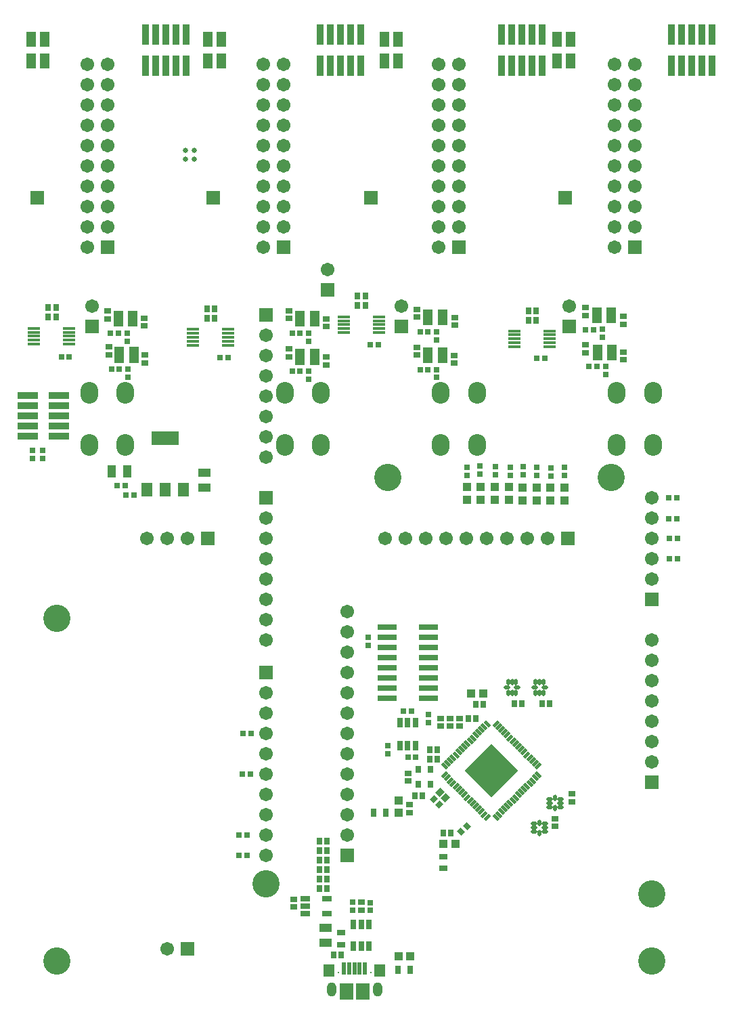
<source format=gts>
G04*
G04 #@! TF.GenerationSoftware,Altium Limited,Altium Designer,21.0.8 (223)*
G04*
G04 Layer_Color=8388736*
%FSAX25Y25*%
%MOIN*%
G70*
G04*
G04 #@! TF.SameCoordinates,3E0ABAED-EBEF-4259-B410-402A04598C71*
G04*
G04*
G04 #@! TF.FilePolarity,Negative*
G04*
G01*
G75*
%ADD41R,0.03150X0.03543*%
%ADD55R,0.02769X0.03162*%
%ADD56R,0.03792X0.10249*%
%ADD57R,0.03162X0.03320*%
G04:AMPARAMS|DCode=58|XSize=17.84mil|YSize=31.62mil|CornerRadius=6.46mil|HoleSize=0mil|Usage=FLASHONLY|Rotation=180.000|XOffset=0mil|YOffset=0mil|HoleType=Round|Shape=RoundedRectangle|*
%AMROUNDEDRECTD58*
21,1,0.01784,0.01870,0,0,180.0*
21,1,0.00492,0.03162,0,0,180.0*
1,1,0.01292,-0.00246,0.00935*
1,1,0.01292,0.00246,0.00935*
1,1,0.01292,0.00246,-0.00935*
1,1,0.01292,-0.00246,-0.00935*
%
%ADD58ROUNDEDRECTD58*%
G04:AMPARAMS|DCode=59|XSize=17.84mil|YSize=31.62mil|CornerRadius=6.46mil|HoleSize=0mil|Usage=FLASHONLY|Rotation=90.000|XOffset=0mil|YOffset=0mil|HoleType=Round|Shape=RoundedRectangle|*
%AMROUNDEDRECTD59*
21,1,0.01784,0.01870,0,0,90.0*
21,1,0.00492,0.03162,0,0,90.0*
1,1,0.01292,0.00935,0.00246*
1,1,0.01292,0.00935,-0.00246*
1,1,0.01292,-0.00935,-0.00246*
1,1,0.01292,-0.00935,0.00246*
%
%ADD59ROUNDEDRECTD59*%
%ADD60R,0.03320X0.03162*%
%ADD61R,0.03162X0.02769*%
%ADD62R,0.04737X0.02650*%
%ADD63R,0.06102X0.01575*%
%ADD64R,0.13792X0.07099*%
%ADD65R,0.05524X0.07099*%
%ADD66R,0.04934X0.07493*%
%ADD67R,0.03950X0.03950*%
%ADD68R,0.09461X0.03162*%
%ADD69R,0.09461X0.03162*%
%ADD70P,0.26186X4X90.0*%
G04:AMPARAMS|DCode=71|XSize=17.84mil|YSize=37.53mil|CornerRadius=0mil|HoleSize=0mil|Usage=FLASHONLY|Rotation=45.000|XOffset=0mil|YOffset=0mil|HoleType=Round|Shape=Round|*
%AMOVALD71*
21,1,0.01968,0.01784,0.00000,0.00000,135.0*
1,1,0.01784,0.00696,-0.00696*
1,1,0.01784,-0.00696,0.00696*
%
%ADD71OVALD71*%

G04:AMPARAMS|DCode=72|XSize=17.84mil|YSize=37.53mil|CornerRadius=0mil|HoleSize=0mil|Usage=FLASHONLY|Rotation=135.000|XOffset=0mil|YOffset=0mil|HoleType=Round|Shape=Round|*
%AMOVALD72*
21,1,0.01968,0.01784,0.00000,0.00000,225.0*
1,1,0.01784,0.00696,0.00696*
1,1,0.01784,-0.00696,-0.00696*
%
%ADD72OVALD72*%

%ADD73R,0.03950X0.03950*%
%ADD74R,0.03162X0.04934*%
G04:AMPARAMS|DCode=75|XSize=33.2mil|YSize=31.62mil|CornerRadius=0mil|HoleSize=0mil|Usage=FLASHONLY|Rotation=45.000|XOffset=0mil|YOffset=0mil|HoleType=Round|Shape=Rectangle|*
%AMROTATEDRECTD75*
4,1,4,-0.00056,-0.02292,-0.02292,-0.00056,0.00056,0.02292,0.02292,0.00056,-0.00056,-0.02292,0.0*
%
%ADD75ROTATEDRECTD75*%

G04:AMPARAMS|DCode=76|XSize=31.62mil|YSize=27.69mil|CornerRadius=0mil|HoleSize=0mil|Usage=FLASHONLY|Rotation=45.000|XOffset=0mil|YOffset=0mil|HoleType=Round|Shape=Rectangle|*
%AMROTATEDRECTD76*
4,1,4,-0.00139,-0.02097,-0.02097,-0.00139,0.00139,0.02097,0.02097,0.00139,-0.00139,-0.02097,0.0*
%
%ADD76ROTATEDRECTD76*%

%ADD77R,0.03162X0.04343*%
G04:AMPARAMS|DCode=78|XSize=31.62mil|YSize=27.69mil|CornerRadius=0mil|HoleSize=0mil|Usage=FLASHONLY|Rotation=315.000|XOffset=0mil|YOffset=0mil|HoleType=Round|Shape=Rectangle|*
%AMROTATEDRECTD78*
4,1,4,-0.02097,0.00139,-0.00139,0.02097,0.02097,-0.00139,0.00139,-0.02097,-0.02097,0.00139,0.0*
%
%ADD78ROTATEDRECTD78*%

%ADD79R,0.04343X0.03162*%
%ADD80R,0.02690X0.04540*%
%ADD81R,0.05918X0.04343*%
%ADD82R,0.05524X0.06312*%
%ADD83R,0.06902X0.08280*%
%ADD84R,0.01968X0.05906*%
%ADD85R,0.04540X0.02690*%
%ADD86R,0.04343X0.05918*%
%ADD87R,0.10249X0.03792*%
%ADD88R,0.06706X0.06706*%
%ADD89R,0.06706X0.06706*%
%ADD90C,0.06706*%
%ADD91C,0.13400*%
%ADD92O,0.08674X0.10642*%
%ADD93O,0.04737X0.07099*%
%ADD94R,0.00800X0.00800*%
%ADD95C,0.02572*%
D41*
X0779961Y3219523D02*
D03*
Y3212239D02*
D03*
X0774253D02*
D03*
Y3219523D02*
D03*
D55*
X0691870Y3237299D02*
D03*
X0687933D02*
D03*
X0691477Y3217220D02*
D03*
X0687540D02*
D03*
X0625729Y3359346D02*
D03*
X0629666D02*
D03*
X0626910Y3416550D02*
D03*
X0622973D02*
D03*
X0626516Y3434267D02*
D03*
X0622579D02*
D03*
X0598288Y3422614D02*
D03*
X0602225D02*
D03*
X0633997Y3354535D02*
D03*
X0630060D02*
D03*
X0676438Y3422338D02*
D03*
X0680375D02*
D03*
X0715905Y3415768D02*
D03*
X0711968D02*
D03*
X0715887Y3434405D02*
D03*
X0711950D02*
D03*
X0750536Y3428531D02*
D03*
X0754473D02*
D03*
X0778879Y3416413D02*
D03*
X0774942D02*
D03*
X0778879Y3434995D02*
D03*
X0774942D02*
D03*
X0860375Y3435960D02*
D03*
X0856438D02*
D03*
X0861950Y3417928D02*
D03*
X0858013D02*
D03*
X0832422Y3421983D02*
D03*
X0836359D02*
D03*
X0901320Y3353362D02*
D03*
X0897383D02*
D03*
X0901320Y3343125D02*
D03*
X0897383D02*
D03*
X0901713Y3333283D02*
D03*
X0897776D02*
D03*
X0901713Y3323440D02*
D03*
X0897776D02*
D03*
X0766871Y3248362D02*
D03*
X0770808D02*
D03*
X0772934Y3225605D02*
D03*
X0768997D02*
D03*
X0685926Y3187141D02*
D03*
X0689863D02*
D03*
X0685926Y3177220D02*
D03*
X0689863D02*
D03*
D56*
X0745608Y3565842D02*
D03*
X0740608D02*
D03*
X0735607D02*
D03*
X0730608D02*
D03*
X0725607D02*
D03*
X0745608Y3581196D02*
D03*
X0740608D02*
D03*
X0735607D02*
D03*
X0730608D02*
D03*
X0725607D02*
D03*
X0659744Y3565842D02*
D03*
X0654744D02*
D03*
X0649744D02*
D03*
X0644744D02*
D03*
X0639744D02*
D03*
X0659744Y3581196D02*
D03*
X0654744D02*
D03*
X0649744D02*
D03*
X0644744D02*
D03*
X0639744D02*
D03*
X0834978Y3565842D02*
D03*
X0829978D02*
D03*
X0824977D02*
D03*
X0819977D02*
D03*
X0814977D02*
D03*
X0834978Y3581196D02*
D03*
X0829978D02*
D03*
X0824977D02*
D03*
X0819977D02*
D03*
X0814977D02*
D03*
X0918836Y3565842D02*
D03*
X0913836D02*
D03*
X0908836D02*
D03*
X0903836D02*
D03*
X0898836D02*
D03*
X0918836Y3581196D02*
D03*
X0913836D02*
D03*
X0908836D02*
D03*
X0903836D02*
D03*
X0898836D02*
D03*
D57*
X0729194Y3160842D02*
D03*
X0725414D02*
D03*
X0729194Y3165566D02*
D03*
X0725414D02*
D03*
X0729194Y3170291D02*
D03*
X0725414D02*
D03*
X0729194Y3175015D02*
D03*
X0725414D02*
D03*
X0729194Y3179739D02*
D03*
X0725414D02*
D03*
X0729194Y3184464D02*
D03*
X0725414D02*
D03*
X0821358Y3251984D02*
D03*
X0825138D02*
D03*
X0835138D02*
D03*
X0838918D02*
D03*
X0591871Y3442456D02*
D03*
X0595650D02*
D03*
X0591871Y3446983D02*
D03*
X0595650D02*
D03*
X0670099Y3441747D02*
D03*
X0673879D02*
D03*
X0670099Y3446275D02*
D03*
X0673879D02*
D03*
X0744233Y3448046D02*
D03*
X0748013D02*
D03*
X0744233Y3452613D02*
D03*
X0748013D02*
D03*
X0828462Y3445153D02*
D03*
X0832241D02*
D03*
X0828446Y3440606D02*
D03*
X0832225D02*
D03*
X0802461Y3244621D02*
D03*
X0798682D02*
D03*
X0806241Y3251472D02*
D03*
X0802461D02*
D03*
X0783446Y3224661D02*
D03*
X0779666D02*
D03*
X0783446Y3229188D02*
D03*
X0779666D02*
D03*
X0776202Y3206550D02*
D03*
X0772422D02*
D03*
X0786359Y3188204D02*
D03*
X0790139D02*
D03*
X0736084Y3128165D02*
D03*
X0732304D02*
D03*
D58*
X0831870Y3257240D02*
D03*
X0833839D02*
D03*
X0835807D02*
D03*
Y3262555D02*
D03*
X0833839D02*
D03*
X0831870D02*
D03*
X0818327Y3257240D02*
D03*
X0820296D02*
D03*
X0822264D02*
D03*
Y3262555D02*
D03*
X0820296D02*
D03*
X0818327D02*
D03*
X0841555Y3205606D02*
D03*
Y3200488D02*
D03*
X0833760Y3193401D02*
D03*
Y3188283D02*
D03*
D59*
X0836398Y3259897D02*
D03*
X0831280D02*
D03*
X0822855D02*
D03*
X0817737D02*
D03*
X0844213Y3201078D02*
D03*
Y3203047D02*
D03*
Y3205015D02*
D03*
X0838898D02*
D03*
Y3203047D02*
D03*
Y3201078D02*
D03*
X0836418Y3188873D02*
D03*
Y3190842D02*
D03*
Y3192810D02*
D03*
X0831103D02*
D03*
Y3190842D02*
D03*
Y3188873D02*
D03*
D60*
X0849666Y3203756D02*
D03*
Y3207535D02*
D03*
X0841516Y3191669D02*
D03*
Y3195448D02*
D03*
X0621005Y3445212D02*
D03*
Y3441432D02*
D03*
X0621792Y3427495D02*
D03*
Y3423716D02*
D03*
X0639115Y3437889D02*
D03*
Y3441668D02*
D03*
X0639509Y3419779D02*
D03*
Y3423558D02*
D03*
X0710375Y3426511D02*
D03*
Y3422731D02*
D03*
X0728879Y3418795D02*
D03*
Y3422574D02*
D03*
Y3437633D02*
D03*
Y3441413D02*
D03*
X0710375Y3445350D02*
D03*
Y3441570D02*
D03*
X0773367Y3427357D02*
D03*
Y3423578D02*
D03*
Y3445940D02*
D03*
Y3442160D02*
D03*
X0791879Y3419637D02*
D03*
Y3423417D02*
D03*
X0791971Y3438306D02*
D03*
Y3442086D02*
D03*
X0874942Y3438794D02*
D03*
Y3442574D02*
D03*
X0856438Y3428479D02*
D03*
Y3424700D02*
D03*
X0874942Y3421157D02*
D03*
Y3424936D02*
D03*
X0794312Y3240921D02*
D03*
Y3244700D02*
D03*
X0789745Y3240921D02*
D03*
Y3244700D02*
D03*
X0785139Y3240921D02*
D03*
Y3244700D02*
D03*
X0769036Y3217692D02*
D03*
Y3213913D02*
D03*
X0769784Y3198401D02*
D03*
Y3202180D02*
D03*
X0746005Y3150409D02*
D03*
Y3154188D02*
D03*
X0712737Y3151944D02*
D03*
Y3155724D02*
D03*
X0856438Y3443125D02*
D03*
Y3446905D02*
D03*
D61*
X0630847Y3430330D02*
D03*
Y3434267D02*
D03*
X0631241Y3412613D02*
D03*
Y3416550D02*
D03*
X0588976Y3376590D02*
D03*
Y3372653D02*
D03*
X0583997Y3376590D02*
D03*
Y3372653D02*
D03*
X0720217Y3411629D02*
D03*
Y3415566D02*
D03*
Y3430468D02*
D03*
Y3434405D02*
D03*
X0783209Y3431058D02*
D03*
Y3434995D02*
D03*
Y3412476D02*
D03*
Y3416413D02*
D03*
X0864705Y3432417D02*
D03*
Y3436354D02*
D03*
X0866280Y3413991D02*
D03*
Y3417928D02*
D03*
X0798091Y3368401D02*
D03*
Y3364464D02*
D03*
X0804509Y3368991D02*
D03*
Y3365054D02*
D03*
X0812186Y3368598D02*
D03*
Y3364661D02*
D03*
X0819351Y3368401D02*
D03*
Y3364464D02*
D03*
X0825650Y3368519D02*
D03*
Y3364582D02*
D03*
X0832304Y3368283D02*
D03*
Y3364346D02*
D03*
X0839548Y3367928D02*
D03*
Y3363992D02*
D03*
X0846044Y3368164D02*
D03*
Y3364228D02*
D03*
X0779194Y3246550D02*
D03*
Y3242613D02*
D03*
X0759194Y3227456D02*
D03*
Y3231393D02*
D03*
X0750326Y3154099D02*
D03*
Y3150162D02*
D03*
X0741674Y3154267D02*
D03*
Y3150330D02*
D03*
X0749351Y3280605D02*
D03*
Y3284542D02*
D03*
D62*
X0626910Y3426196D02*
D03*
Y3421078D02*
D03*
X0633997Y3423637D02*
D03*
Y3421078D02*
D03*
Y3426196D02*
D03*
X0626910Y3423637D02*
D03*
X0626516Y3444109D02*
D03*
Y3438991D02*
D03*
X0633603Y3441550D02*
D03*
Y3438991D02*
D03*
Y3444109D02*
D03*
X0626516Y3441550D02*
D03*
X0715887Y3425212D02*
D03*
Y3420094D02*
D03*
X0722973Y3422653D02*
D03*
Y3420094D02*
D03*
Y3425212D02*
D03*
X0715887Y3422653D02*
D03*
Y3444050D02*
D03*
Y3438932D02*
D03*
X0722973Y3441491D02*
D03*
Y3438932D02*
D03*
Y3444050D02*
D03*
X0715887Y3441491D02*
D03*
X0778879Y3426058D02*
D03*
Y3420940D02*
D03*
X0785965Y3423499D02*
D03*
Y3420940D02*
D03*
Y3426058D02*
D03*
X0778879Y3423499D02*
D03*
X0778879Y3444641D02*
D03*
Y3439523D02*
D03*
X0785965Y3442082D02*
D03*
Y3439523D02*
D03*
Y3444641D02*
D03*
X0778879Y3442082D02*
D03*
X0861950Y3445605D02*
D03*
Y3440487D02*
D03*
X0869036Y3443047D02*
D03*
Y3440487D02*
D03*
Y3445605D02*
D03*
X0861950Y3443047D02*
D03*
X0862343Y3427377D02*
D03*
Y3422259D02*
D03*
X0869430Y3424818D02*
D03*
Y3422259D02*
D03*
Y3427377D02*
D03*
X0862343Y3424818D02*
D03*
D63*
X0584906Y3428873D02*
D03*
Y3430842D02*
D03*
Y3432810D02*
D03*
Y3434779D02*
D03*
Y3436747D02*
D03*
X0602228D02*
D03*
Y3434779D02*
D03*
Y3432810D02*
D03*
Y3430842D02*
D03*
Y3428873D02*
D03*
X0663173Y3428283D02*
D03*
Y3430251D02*
D03*
Y3432220D02*
D03*
Y3434188D02*
D03*
Y3436157D02*
D03*
X0680496D02*
D03*
Y3434188D02*
D03*
Y3432220D02*
D03*
Y3430251D02*
D03*
Y3428283D02*
D03*
X0737386Y3434542D02*
D03*
Y3436511D02*
D03*
Y3438479D02*
D03*
Y3440448D02*
D03*
Y3442416D02*
D03*
X0754709D02*
D03*
Y3440448D02*
D03*
Y3438479D02*
D03*
Y3436511D02*
D03*
Y3434542D02*
D03*
X0821599Y3427574D02*
D03*
Y3429542D02*
D03*
Y3431511D02*
D03*
Y3433479D02*
D03*
Y3435448D02*
D03*
X0838921D02*
D03*
Y3433479D02*
D03*
Y3431511D02*
D03*
Y3429542D02*
D03*
Y3427574D02*
D03*
D64*
X0649351Y3382495D02*
D03*
D65*
X0658406Y3357298D02*
D03*
X0649351D02*
D03*
X0640296D02*
D03*
D66*
X0589961Y3568204D02*
D03*
Y3578834D02*
D03*
X0583465Y3568204D02*
D03*
Y3578834D02*
D03*
X0677008Y3568204D02*
D03*
Y3578834D02*
D03*
X0670512Y3568204D02*
D03*
Y3578834D02*
D03*
X0764016Y3568204D02*
D03*
Y3578834D02*
D03*
X0757520Y3568204D02*
D03*
Y3578834D02*
D03*
X0849016Y3568204D02*
D03*
Y3578834D02*
D03*
X0842520Y3568204D02*
D03*
Y3578834D02*
D03*
D67*
X0798013Y3358519D02*
D03*
Y3352220D02*
D03*
X0804863Y3358519D02*
D03*
Y3352220D02*
D03*
X0811753Y3358480D02*
D03*
Y3352180D02*
D03*
X0818643Y3358480D02*
D03*
Y3352180D02*
D03*
X0825493Y3358401D02*
D03*
Y3352102D02*
D03*
X0832343Y3358401D02*
D03*
Y3352102D02*
D03*
X0839194Y3358361D02*
D03*
Y3352062D02*
D03*
X0846005Y3358322D02*
D03*
Y3352023D02*
D03*
X0764351Y3198401D02*
D03*
Y3204306D02*
D03*
D68*
X0779233Y3254562D02*
D03*
Y3274562D02*
D03*
X0758760D02*
D03*
D69*
Y3269562D02*
D03*
Y3264562D02*
D03*
Y3259562D02*
D03*
Y3254562D02*
D03*
X0779233Y3269562D02*
D03*
Y3264562D02*
D03*
Y3259562D02*
D03*
Y3279562D02*
D03*
Y3284562D02*
D03*
X0758760Y3279562D02*
D03*
Y3284562D02*
D03*
Y3289562D02*
D03*
X0779233D02*
D03*
D70*
X0810130Y3219059D02*
D03*
D71*
X0787093Y3221216D02*
D03*
X0788485Y3222608D02*
D03*
X0789877Y3224000D02*
D03*
X0791269Y3225392D02*
D03*
X0792661Y3226784D02*
D03*
X0794053Y3228176D02*
D03*
X0795445Y3229568D02*
D03*
X0796837Y3230960D02*
D03*
X0798229Y3232352D02*
D03*
X0799621Y3233744D02*
D03*
X0801013Y3235136D02*
D03*
X0802405Y3236528D02*
D03*
X0803796Y3237920D02*
D03*
X0805188Y3239311D02*
D03*
X0806580Y3240704D02*
D03*
X0807972Y3242095D02*
D03*
X0833167Y3216901D02*
D03*
X0831775Y3215509D02*
D03*
X0830383Y3214117D02*
D03*
X0828991Y3212725D02*
D03*
X0827599Y3211333D02*
D03*
X0826207Y3209941D02*
D03*
X0824815Y3208549D02*
D03*
X0823423Y3207158D02*
D03*
X0822031Y3205766D02*
D03*
X0820639Y3204374D02*
D03*
X0819247Y3202982D02*
D03*
X0817855Y3201590D02*
D03*
X0816463Y3200198D02*
D03*
X0815071Y3198806D02*
D03*
X0813679Y3197414D02*
D03*
X0812287Y3196022D02*
D03*
D72*
Y3242095D02*
D03*
X0813679Y3240704D02*
D03*
X0815071Y3239311D02*
D03*
X0816463Y3237920D02*
D03*
X0817855Y3236528D02*
D03*
X0819247Y3235136D02*
D03*
X0820639Y3233744D02*
D03*
X0822031Y3232352D02*
D03*
X0823423Y3230960D02*
D03*
X0824815Y3229568D02*
D03*
X0826207Y3228176D02*
D03*
X0827599Y3226784D02*
D03*
X0828991Y3225392D02*
D03*
X0830383Y3224000D02*
D03*
X0831775Y3222608D02*
D03*
X0833167Y3221216D02*
D03*
X0807972Y3196022D02*
D03*
X0806580Y3197414D02*
D03*
X0805188Y3198806D02*
D03*
X0803796Y3200198D02*
D03*
X0802405Y3201590D02*
D03*
X0801013Y3202982D02*
D03*
X0799621Y3204374D02*
D03*
X0798229Y3205766D02*
D03*
X0796837Y3207158D02*
D03*
X0795445Y3208549D02*
D03*
X0794053Y3209941D02*
D03*
X0792661Y3211333D02*
D03*
X0791269Y3212725D02*
D03*
X0789877Y3214117D02*
D03*
X0788485Y3215509D02*
D03*
X0787093Y3216901D02*
D03*
D73*
X0806162Y3257023D02*
D03*
X0800257D02*
D03*
X0786398Y3182810D02*
D03*
X0792304D02*
D03*
X0770217Y3127574D02*
D03*
X0764312D02*
D03*
D74*
X0772658Y3231295D02*
D03*
X0768918D02*
D03*
X0765178D02*
D03*
Y3242515D02*
D03*
X0768918D02*
D03*
X0772658D02*
D03*
D75*
X0787459Y3205529D02*
D03*
X0784787Y3208202D02*
D03*
D76*
X0784444Y3202324D02*
D03*
X0781660Y3205108D02*
D03*
D77*
X0752146Y3198361D02*
D03*
X0758052D02*
D03*
X0764115Y3121078D02*
D03*
X0770020D02*
D03*
D78*
X0795243Y3188820D02*
D03*
X0798027Y3191604D02*
D03*
D79*
X0786398Y3170842D02*
D03*
Y3176747D02*
D03*
X0736084Y3133283D02*
D03*
Y3139188D02*
D03*
D80*
X0742265Y3132692D02*
D03*
X0749745D02*
D03*
X0746005Y3143322D02*
D03*
X0749745D02*
D03*
X0742265D02*
D03*
X0746005Y3132692D02*
D03*
D81*
X0728485Y3134267D02*
D03*
Y3141747D02*
D03*
X0668643Y3358283D02*
D03*
Y3365763D02*
D03*
D82*
X0730060Y3120783D02*
D03*
X0755257D02*
D03*
D83*
X0738623Y3110448D02*
D03*
X0746694D02*
D03*
D84*
X0737540Y3121668D02*
D03*
X0745217D02*
D03*
X0747776D02*
D03*
X0742658D02*
D03*
X0740099D02*
D03*
D85*
X0718524Y3155961D02*
D03*
Y3148480D02*
D03*
X0729154D02*
D03*
Y3155961D02*
D03*
X0718524Y3152220D02*
D03*
D86*
X0630650Y3366354D02*
D03*
X0623170D02*
D03*
D87*
X0597186Y3403519D02*
D03*
Y3398519D02*
D03*
Y3393519D02*
D03*
Y3388519D02*
D03*
Y3383519D02*
D03*
X0581832Y3403519D02*
D03*
Y3398519D02*
D03*
Y3393519D02*
D03*
Y3388519D02*
D03*
Y3383519D02*
D03*
D88*
X0672973Y3500960D02*
D03*
X0586319D02*
D03*
X0846319D02*
D03*
X0750807D02*
D03*
X0670375Y3333283D02*
D03*
X0847776D02*
D03*
X0660375Y3131314D02*
D03*
D89*
X0621005Y3476747D02*
D03*
X0707619D02*
D03*
X0794233D02*
D03*
X0880847D02*
D03*
X0613406Y3437653D02*
D03*
X0729351Y3455685D02*
D03*
X0765887Y3437653D02*
D03*
X0848485D02*
D03*
X0889115Y3303283D02*
D03*
Y3213283D02*
D03*
X0739115Y3177283D02*
D03*
X0699115Y3443283D02*
D03*
X0699115Y3353283D02*
D03*
Y3267283D02*
D03*
D90*
X0611005Y3476747D02*
D03*
X0621005Y3486747D02*
D03*
X0611005D02*
D03*
X0621005Y3496747D02*
D03*
X0611005D02*
D03*
X0621005Y3506747D02*
D03*
X0611005D02*
D03*
X0621005Y3516747D02*
D03*
X0611005D02*
D03*
X0621005Y3526747D02*
D03*
X0611005D02*
D03*
X0621005Y3536747D02*
D03*
X0611005D02*
D03*
X0621005Y3546747D02*
D03*
X0611005D02*
D03*
X0621005Y3556747D02*
D03*
X0611005D02*
D03*
X0621005Y3566747D02*
D03*
X0611005D02*
D03*
X0697619Y3476747D02*
D03*
X0707619Y3486747D02*
D03*
X0697619D02*
D03*
X0707619Y3496747D02*
D03*
X0697619D02*
D03*
X0707619Y3506747D02*
D03*
X0697619D02*
D03*
X0707619Y3516747D02*
D03*
X0697619D02*
D03*
X0707619Y3526747D02*
D03*
X0697619D02*
D03*
X0707619Y3536747D02*
D03*
X0697619D02*
D03*
X0707619Y3546747D02*
D03*
X0697619D02*
D03*
X0707619Y3556747D02*
D03*
X0697619D02*
D03*
X0707619Y3566747D02*
D03*
X0697619D02*
D03*
X0784233Y3476747D02*
D03*
X0794233Y3486747D02*
D03*
X0784233D02*
D03*
X0794233Y3496747D02*
D03*
X0784233D02*
D03*
X0794233Y3506747D02*
D03*
X0784233D02*
D03*
X0794233Y3516747D02*
D03*
X0784233D02*
D03*
X0794233Y3526747D02*
D03*
X0784233D02*
D03*
X0794233Y3536747D02*
D03*
X0784233D02*
D03*
X0794233Y3546747D02*
D03*
X0784233D02*
D03*
X0794233Y3556747D02*
D03*
X0784233D02*
D03*
X0794233Y3566747D02*
D03*
X0784233D02*
D03*
X0870847Y3476747D02*
D03*
X0880847Y3486747D02*
D03*
X0870847D02*
D03*
X0880847Y3496747D02*
D03*
X0870847D02*
D03*
X0880847Y3506747D02*
D03*
X0870847D02*
D03*
X0880847Y3516747D02*
D03*
X0870847D02*
D03*
X0880847Y3526747D02*
D03*
X0870847D02*
D03*
X0880847Y3536747D02*
D03*
X0870847D02*
D03*
X0880847Y3546747D02*
D03*
X0870847D02*
D03*
X0880847Y3556747D02*
D03*
X0870847D02*
D03*
X0880847Y3566747D02*
D03*
X0870847D02*
D03*
X0613406Y3447653D02*
D03*
X0729351Y3465685D02*
D03*
X0765887Y3447653D02*
D03*
X0848485D02*
D03*
X0660375Y3333283D02*
D03*
X0650375D02*
D03*
X0640375D02*
D03*
X0889115Y3353283D02*
D03*
Y3343283D02*
D03*
Y3333283D02*
D03*
Y3323283D02*
D03*
Y3313283D02*
D03*
Y3283283D02*
D03*
Y3273283D02*
D03*
Y3263283D02*
D03*
Y3253283D02*
D03*
Y3243283D02*
D03*
Y3233283D02*
D03*
Y3223283D02*
D03*
X0757776Y3333283D02*
D03*
X0767776D02*
D03*
X0777776D02*
D03*
X0787776D02*
D03*
X0797776D02*
D03*
X0807776D02*
D03*
X0817776D02*
D03*
X0827776D02*
D03*
X0837776D02*
D03*
X0739115Y3297283D02*
D03*
Y3287283D02*
D03*
Y3277283D02*
D03*
Y3267283D02*
D03*
Y3257283D02*
D03*
Y3247283D02*
D03*
Y3237283D02*
D03*
Y3227283D02*
D03*
Y3217283D02*
D03*
Y3207283D02*
D03*
Y3197283D02*
D03*
Y3187283D02*
D03*
X0699115Y3373283D02*
D03*
Y3383282D02*
D03*
Y3393283D02*
D03*
Y3403283D02*
D03*
Y3413283D02*
D03*
Y3423283D02*
D03*
Y3433282D02*
D03*
X0699115Y3283283D02*
D03*
Y3293283D02*
D03*
Y3303283D02*
D03*
Y3313283D02*
D03*
Y3323283D02*
D03*
Y3333283D02*
D03*
Y3343283D02*
D03*
Y3257283D02*
D03*
Y3237283D02*
D03*
Y3227283D02*
D03*
Y3217283D02*
D03*
Y3207283D02*
D03*
Y3197283D02*
D03*
Y3187283D02*
D03*
Y3177283D02*
D03*
Y3247283D02*
D03*
X0650375Y3131314D02*
D03*
D91*
X0596202Y3293913D02*
D03*
Y3125409D02*
D03*
X0889115D02*
D03*
X0699115Y3163283D02*
D03*
X0759115Y3363283D02*
D03*
X0869115D02*
D03*
X0889115Y3158283D02*
D03*
D92*
X0612028Y3404818D02*
D03*
X0629745D02*
D03*
X0612028Y3379227D02*
D03*
X0629745D02*
D03*
X0708505Y3404818D02*
D03*
X0726221D02*
D03*
X0708505Y3379227D02*
D03*
X0726221D02*
D03*
X0785245Y3404818D02*
D03*
X0802961D02*
D03*
X0785245Y3379227D02*
D03*
X0802961D02*
D03*
X0871898Y3404818D02*
D03*
X0889615D02*
D03*
X0871898Y3379227D02*
D03*
X0889615D02*
D03*
D93*
X0731339Y3111237D02*
D03*
X0753977D02*
D03*
D94*
X0734674Y3119702D02*
D03*
X0750619D02*
D03*
D95*
X0819317Y3219059D02*
D03*
X0816254Y3215997D02*
D03*
X0813192Y3212934D02*
D03*
X0810130Y3209872D02*
D03*
X0816254Y3222121D02*
D03*
X0813192Y3219059D02*
D03*
X0810130Y3215997D02*
D03*
X0807068Y3212934D02*
D03*
X0813192Y3225183D02*
D03*
X0810130Y3222121D02*
D03*
X0807068Y3219059D02*
D03*
X0804005Y3215997D02*
D03*
X0810130Y3228246D02*
D03*
X0807068Y3225183D02*
D03*
X0804005Y3222121D02*
D03*
X0800943Y3219059D02*
D03*
X0659391Y3524424D02*
D03*
Y3520094D02*
D03*
X0663721Y3524424D02*
D03*
Y3520094D02*
D03*
M02*

</source>
